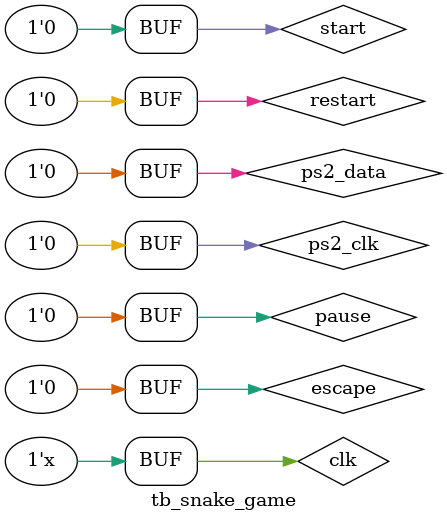
<source format=v>
`timescale 1ns / 1ps

module tb_snake_game;

    reg clk;
    reg start;
    reg pause;
    reg escape;
    reg restart;
    reg ps2_clk;
    reg ps2_data;
	wire hsync;
	wire vsync;
	wire [2:0] r;
	wire [2:0] g;
	wire [2:0] b;
    
    snake_game snake_game(
        .clk(clk),
        .start(start),
        .pause(pause),
        .escape(escape),
        .restart(restart),
        .ps2_clk(ps2_clk),
        .ps2_data(ps2_data),
        .hsync(hsync),
        .vsync(vsync),
        .r(r),
        .g(g),
        .b(b)
    );
    
    always
        #10 clk = ~clk;
    
    initial begin
        clk = 0;
        start = 0;
        pause = 0;
        escape = 0;
        restart = 0;
        ps2_clk = 0;
        ps2_data = 0;
        #20;
        start = 1;
        #20;
        start = 0;
    end
endmodule
</source>
